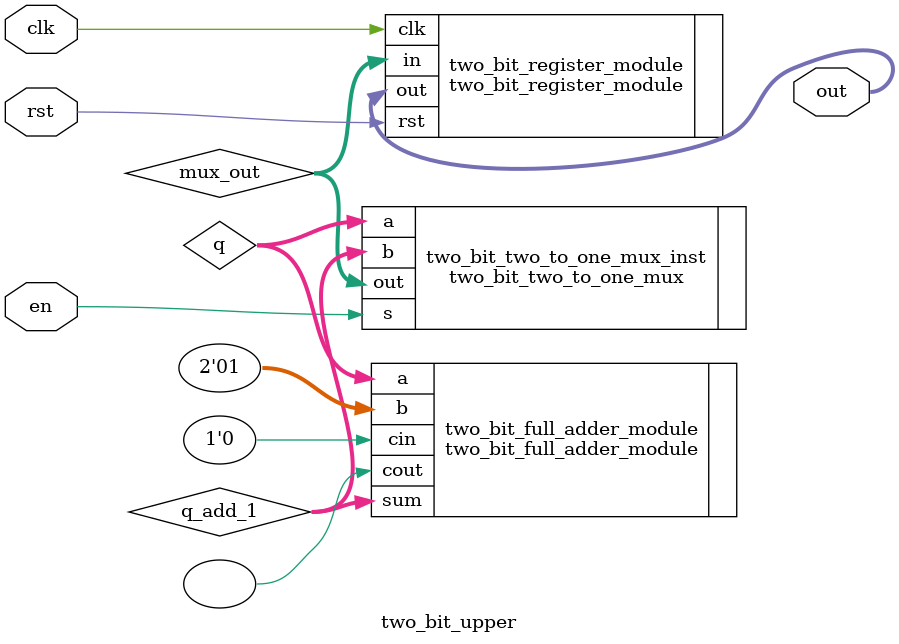
<source format=v>
module two_bit_upper(
    input           clk, 
    input           en, 
    input           rst, 
    output [1:0]    out
);

    wire [1:0] q_add_1;
    wire [1:0] q;
    wire [1:0] mux_out;
    
    two_bit_full_adder_module two_bit_full_adder_module(.a(q), .b(2'b01), .cin(1'b0), .sum(q_add_1), .cout());
    two_bit_two_to_one_mux two_bit_two_to_one_mux_inst(.a(q), .b(q_add_1), .s(en), .out(mux_out));
    two_bit_register_module two_bit_register_module(.in(mux_out), .clk(clk), .rst(rst), .out(out));


endmodule

</source>
